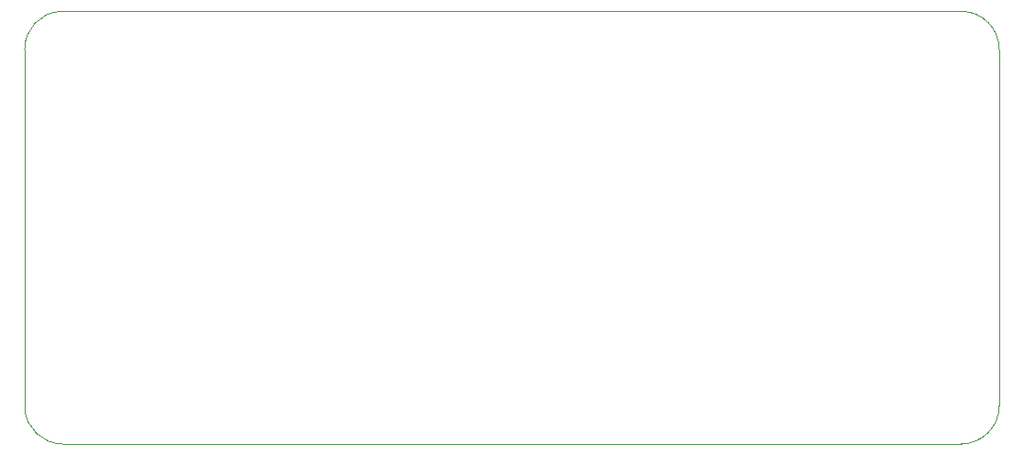
<source format=gm1>
G04 #@! TF.GenerationSoftware,KiCad,Pcbnew,(5.1.9)-1*
G04 #@! TF.CreationDate,2021-09-17T14:30:20-04:00*
G04 #@! TF.ProjectId,cm4-carrier-template,636d342d-6361-4727-9269-65722d74656d,rev?*
G04 #@! TF.SameCoordinates,Original*
G04 #@! TF.FileFunction,Profile,NP*
%FSLAX46Y46*%
G04 Gerber Fmt 4.6, Leading zero omitted, Abs format (unit mm)*
G04 Created by KiCad (PCBNEW (5.1.9)-1) date 2021-09-17 14:30:20*
%MOMM*%
%LPD*%
G01*
G04 APERTURE LIST*
G04 #@! TA.AperFunction,Profile*
%ADD10C,0.050000*%
G04 #@! TD*
G04 APERTURE END LIST*
D10*
X83499999Y-134005709D02*
G75*
G02*
X80000001Y-130699999I1J3505709D01*
G01*
X79994291Y-97499999D02*
G75*
G02*
X83300001Y-94000001I3505709J-1D01*
G01*
X166500000Y-94000000D02*
G75*
G02*
X170000000Y-97500000I0J-3500000D01*
G01*
X170000000Y-130500000D02*
G75*
G02*
X166500000Y-134000000I-3500000J0D01*
G01*
X80000001Y-130699999D02*
X79994291Y-97499999D01*
X166500000Y-134000000D02*
X83499999Y-134005709D01*
X170000000Y-97500000D02*
X170000000Y-130500000D01*
X83300001Y-94000001D02*
X166500000Y-94000000D01*
M02*

</source>
